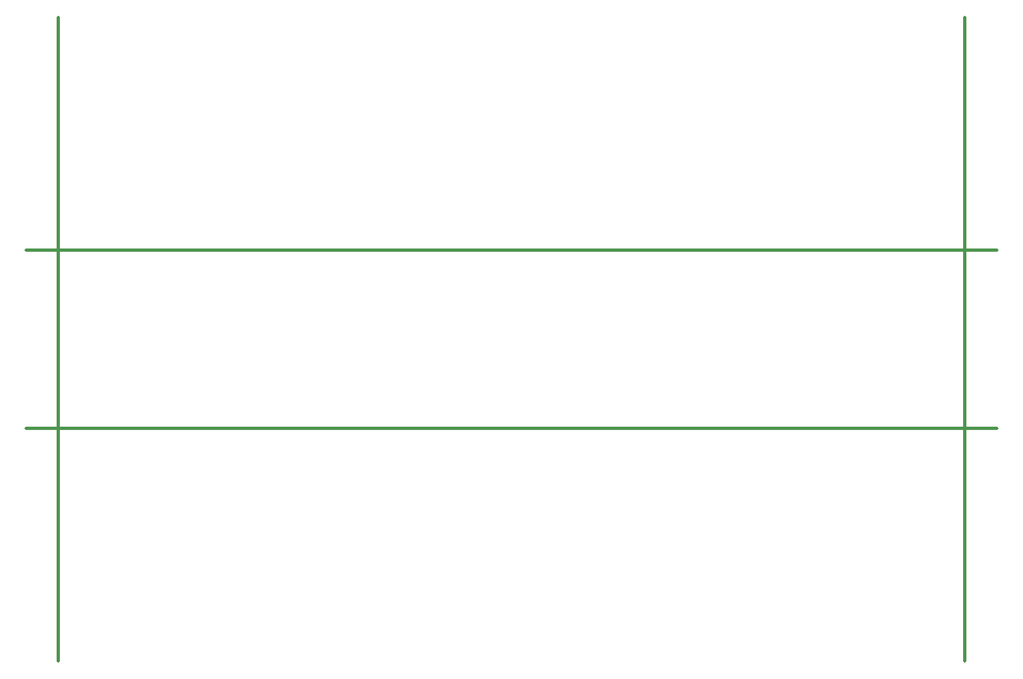
<source format=gbr>
%TF.GenerationSoftware,Altium Limited,Altium Designer,19.0.15 (446)*%
G04 Layer_Color=8388736*
%FSLAX45Y45*%
%MOMM*%
%TF.FileFunction,Other,V_Cut*%
%TF.Part,CustomerPanel*%
G01*
G75*
%TA.AperFunction,NonConductor*%
%ADD119C,0.50000*%
D119*
X2000000Y5615281D02*
X17100000D01*
X2000000Y8384542D02*
X17100000Y8384540D01*
X16600000Y2000000D02*
Y12000000D01*
X2500000Y2000000D02*
Y12000000D01*
%TF.MD5,9d34e9b6610ab6cf270f0c3699e3ebe9*%
M02*

</source>
